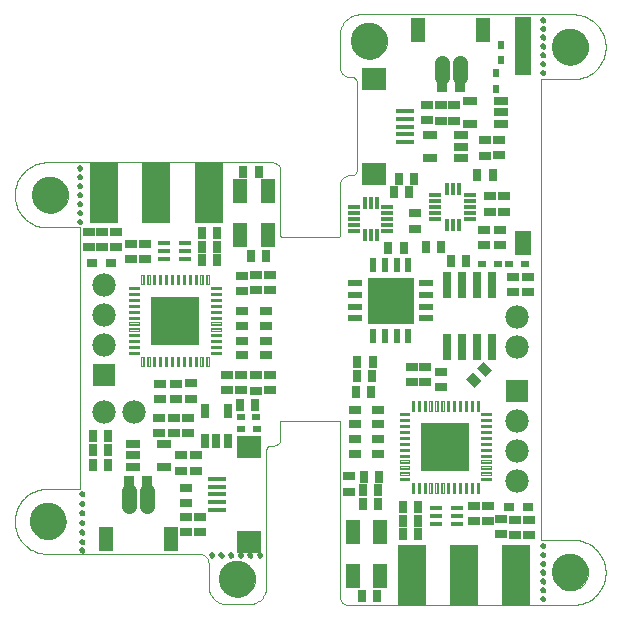
<source format=gts>
G75*
G70*
%OFA0B0*%
%FSLAX24Y24*%
%IPPOS*%
%LPD*%
%AMOC8*
5,1,8,0,0,1.08239X$1,22.5*
%
%ADD10C,0.0000*%
%ADD11C,0.1221*%
%ADD12C,0.0190*%
%ADD13R,0.0560X0.1200*%
%ADD14R,0.0434X0.0257*%
%ADD15C,0.0040*%
%ADD16R,0.1630X0.1630*%
%ADD17R,0.0434X0.0178*%
%ADD18R,0.0257X0.0512*%
%ADD19R,0.0394X0.0316*%
%ADD20R,0.0316X0.0394*%
%ADD21R,0.0591X0.0178*%
%ADD22R,0.0788X0.0749*%
%ADD23R,0.0473X0.0788*%
%ADD24R,0.0940X0.2040*%
%ADD25C,0.0780*%
%ADD26R,0.0316X0.0237*%
%ADD27R,0.0375X0.0316*%
%ADD28R,0.0780X0.0780*%
%ADD29C,0.0516*%
%ADD30R,0.0355X0.0906*%
%ADD31R,0.0512X0.0257*%
%ADD32R,0.0157X0.0394*%
%ADD33R,0.0394X0.0157*%
%ADD34R,0.1536X0.1536*%
%ADD35R,0.0197X0.0473*%
%ADD36R,0.0473X0.0197*%
%ADD37R,0.0433X0.0157*%
%ADD38R,0.0157X0.0433*%
%ADD39R,0.0552X0.0827*%
%ADD40R,0.0280X0.0910*%
%ADD41R,0.0237X0.0316*%
D10*
X001183Y005559D02*
X002265Y005559D01*
X002238Y005559D02*
X006238Y005559D01*
X006271Y005557D01*
X006305Y005552D01*
X006337Y005543D01*
X006368Y005531D01*
X006398Y005516D01*
X006426Y005498D01*
X006452Y005477D01*
X006476Y005453D01*
X006497Y005427D01*
X006515Y005399D01*
X006530Y005369D01*
X006542Y005338D01*
X006551Y005306D01*
X006556Y005272D01*
X006558Y005239D01*
X006558Y004439D01*
X006563Y004392D01*
X006572Y004346D01*
X006584Y004300D01*
X006600Y004256D01*
X006619Y004213D01*
X006642Y004171D01*
X006668Y004132D01*
X006696Y004094D01*
X006728Y004059D01*
X006762Y004027D01*
X006799Y003997D01*
X006838Y003970D01*
X006879Y003947D01*
X006921Y003927D01*
X006965Y003910D01*
X007011Y003896D01*
X007057Y003887D01*
X007104Y003880D01*
X007151Y003878D01*
X007198Y003879D01*
X007918Y003879D01*
X007964Y003881D01*
X008010Y003887D01*
X008055Y003896D01*
X008100Y003909D01*
X008143Y003926D01*
X008185Y003946D01*
X008224Y003970D01*
X008262Y003997D01*
X008297Y004027D01*
X008330Y004060D01*
X008360Y004095D01*
X008387Y004133D01*
X008411Y004172D01*
X008431Y004214D01*
X008448Y004257D01*
X008461Y004302D01*
X008470Y004347D01*
X008476Y004393D01*
X008478Y004439D01*
X008478Y008999D01*
X008480Y009022D01*
X008484Y009044D01*
X008492Y009065D01*
X008503Y009086D01*
X008517Y009104D01*
X008533Y009120D01*
X008551Y009134D01*
X008572Y009145D01*
X008593Y009153D01*
X008615Y009157D01*
X008638Y009159D01*
X008718Y009159D01*
X008747Y009161D01*
X008775Y009166D01*
X008802Y009174D01*
X008829Y009186D01*
X008853Y009201D01*
X008876Y009218D01*
X008896Y009238D01*
X008914Y009261D01*
X008929Y009285D01*
X008941Y009312D01*
X008950Y009339D01*
X008955Y009367D01*
X008957Y009396D01*
X008957Y009981D01*
X008958Y009987D01*
X008961Y009992D01*
X008966Y009995D01*
X008972Y009996D01*
X010935Y009996D01*
X010935Y004126D01*
X010937Y004095D01*
X010943Y004064D01*
X010952Y004034D01*
X010965Y004005D01*
X010981Y003978D01*
X010999Y003953D01*
X011021Y003930D01*
X011044Y003909D01*
X011070Y003891D01*
X011098Y003877D01*
X011127Y003865D01*
X011158Y003857D01*
X011189Y003852D01*
X011220Y003851D01*
X018712Y003851D01*
X019795Y004933D02*
X019793Y004996D01*
X019788Y005059D01*
X019779Y005121D01*
X019766Y005183D01*
X019750Y005244D01*
X019730Y005303D01*
X019706Y005362D01*
X019680Y005419D01*
X019650Y005474D01*
X019617Y005528D01*
X019581Y005580D01*
X019542Y005629D01*
X019500Y005676D01*
X019455Y005721D01*
X019408Y005763D01*
X019359Y005802D01*
X019307Y005838D01*
X019254Y005871D01*
X019198Y005901D01*
X019141Y005927D01*
X019082Y005951D01*
X019023Y005971D01*
X018962Y005987D01*
X018900Y006000D01*
X018838Y006009D01*
X018775Y006014D01*
X018712Y006016D01*
X017629Y006016D01*
X017629Y021370D01*
X018712Y021370D01*
X017634Y021586D02*
X017636Y021603D01*
X017641Y021619D01*
X017650Y021633D01*
X017662Y021645D01*
X017676Y021654D01*
X017692Y021659D01*
X017709Y021661D01*
X017726Y021659D01*
X017742Y021654D01*
X017756Y021645D01*
X017768Y021633D01*
X017777Y021619D01*
X017782Y021603D01*
X017784Y021586D01*
X017782Y021569D01*
X017777Y021553D01*
X017768Y021539D01*
X017756Y021527D01*
X017742Y021518D01*
X017726Y021513D01*
X017709Y021511D01*
X017692Y021513D01*
X017676Y021518D01*
X017662Y021527D01*
X017650Y021539D01*
X017641Y021553D01*
X017636Y021569D01*
X017634Y021586D01*
X017634Y021881D02*
X017636Y021898D01*
X017641Y021914D01*
X017650Y021928D01*
X017662Y021940D01*
X017676Y021949D01*
X017692Y021954D01*
X017709Y021956D01*
X017726Y021954D01*
X017742Y021949D01*
X017756Y021940D01*
X017768Y021928D01*
X017777Y021914D01*
X017782Y021898D01*
X017784Y021881D01*
X017782Y021864D01*
X017777Y021848D01*
X017768Y021834D01*
X017756Y021822D01*
X017742Y021813D01*
X017726Y021808D01*
X017709Y021806D01*
X017692Y021808D01*
X017676Y021813D01*
X017662Y021822D01*
X017650Y021834D01*
X017641Y021848D01*
X017636Y021864D01*
X017634Y021881D01*
X017634Y022176D02*
X017636Y022193D01*
X017641Y022209D01*
X017650Y022223D01*
X017662Y022235D01*
X017676Y022244D01*
X017692Y022249D01*
X017709Y022251D01*
X017726Y022249D01*
X017742Y022244D01*
X017756Y022235D01*
X017768Y022223D01*
X017777Y022209D01*
X017782Y022193D01*
X017784Y022176D01*
X017782Y022159D01*
X017777Y022143D01*
X017768Y022129D01*
X017756Y022117D01*
X017742Y022108D01*
X017726Y022103D01*
X017709Y022101D01*
X017692Y022103D01*
X017676Y022108D01*
X017662Y022117D01*
X017650Y022129D01*
X017641Y022143D01*
X017636Y022159D01*
X017634Y022176D01*
X017634Y022471D02*
X017636Y022488D01*
X017641Y022504D01*
X017650Y022518D01*
X017662Y022530D01*
X017676Y022539D01*
X017692Y022544D01*
X017709Y022546D01*
X017726Y022544D01*
X017742Y022539D01*
X017756Y022530D01*
X017768Y022518D01*
X017777Y022504D01*
X017782Y022488D01*
X017784Y022471D01*
X017782Y022454D01*
X017777Y022438D01*
X017768Y022424D01*
X017756Y022412D01*
X017742Y022403D01*
X017726Y022398D01*
X017709Y022396D01*
X017692Y022398D01*
X017676Y022403D01*
X017662Y022412D01*
X017650Y022424D01*
X017641Y022438D01*
X017636Y022454D01*
X017634Y022471D01*
X017634Y022767D02*
X017636Y022784D01*
X017641Y022800D01*
X017650Y022814D01*
X017662Y022826D01*
X017676Y022835D01*
X017692Y022840D01*
X017709Y022842D01*
X017726Y022840D01*
X017742Y022835D01*
X017756Y022826D01*
X017768Y022814D01*
X017777Y022800D01*
X017782Y022784D01*
X017784Y022767D01*
X017782Y022750D01*
X017777Y022734D01*
X017768Y022720D01*
X017756Y022708D01*
X017742Y022699D01*
X017726Y022694D01*
X017709Y022692D01*
X017692Y022694D01*
X017676Y022699D01*
X017662Y022708D01*
X017650Y022720D01*
X017641Y022734D01*
X017636Y022750D01*
X017634Y022767D01*
X017634Y023062D02*
X017636Y023079D01*
X017641Y023095D01*
X017650Y023109D01*
X017662Y023121D01*
X017676Y023130D01*
X017692Y023135D01*
X017709Y023137D01*
X017726Y023135D01*
X017742Y023130D01*
X017756Y023121D01*
X017768Y023109D01*
X017777Y023095D01*
X017782Y023079D01*
X017784Y023062D01*
X017782Y023045D01*
X017777Y023029D01*
X017768Y023015D01*
X017756Y023003D01*
X017742Y022994D01*
X017726Y022989D01*
X017709Y022987D01*
X017692Y022989D01*
X017676Y022994D01*
X017662Y023003D01*
X017650Y023015D01*
X017641Y023029D01*
X017636Y023045D01*
X017634Y023062D01*
X017634Y023339D02*
X017636Y023356D01*
X017641Y023372D01*
X017650Y023386D01*
X017662Y023398D01*
X017676Y023407D01*
X017692Y023412D01*
X017709Y023414D01*
X017726Y023412D01*
X017742Y023407D01*
X017756Y023398D01*
X017768Y023386D01*
X017777Y023372D01*
X017782Y023356D01*
X017784Y023339D01*
X017782Y023322D01*
X017777Y023306D01*
X017768Y023292D01*
X017756Y023280D01*
X017742Y023271D01*
X017726Y023266D01*
X017709Y023264D01*
X017692Y023266D01*
X017676Y023271D01*
X017662Y023280D01*
X017650Y023292D01*
X017641Y023306D01*
X017636Y023322D01*
X017634Y023339D01*
X018022Y022453D02*
X018024Y022501D01*
X018030Y022549D01*
X018040Y022596D01*
X018053Y022642D01*
X018071Y022687D01*
X018091Y022731D01*
X018116Y022773D01*
X018144Y022812D01*
X018174Y022849D01*
X018208Y022883D01*
X018245Y022915D01*
X018283Y022944D01*
X018324Y022969D01*
X018367Y022991D01*
X018412Y023009D01*
X018458Y023023D01*
X018505Y023034D01*
X018553Y023041D01*
X018601Y023044D01*
X018649Y023043D01*
X018697Y023038D01*
X018745Y023029D01*
X018791Y023017D01*
X018836Y023000D01*
X018880Y022980D01*
X018922Y022957D01*
X018962Y022930D01*
X019000Y022900D01*
X019035Y022867D01*
X019067Y022831D01*
X019097Y022793D01*
X019123Y022752D01*
X019145Y022709D01*
X019165Y022665D01*
X019180Y022620D01*
X019192Y022573D01*
X019200Y022525D01*
X019204Y022477D01*
X019204Y022429D01*
X019200Y022381D01*
X019192Y022333D01*
X019180Y022286D01*
X019165Y022241D01*
X019145Y022197D01*
X019123Y022154D01*
X019097Y022113D01*
X019067Y022075D01*
X019035Y022039D01*
X019000Y022006D01*
X018962Y021976D01*
X018922Y021949D01*
X018880Y021926D01*
X018836Y021906D01*
X018791Y021889D01*
X018745Y021877D01*
X018697Y021868D01*
X018649Y021863D01*
X018601Y021862D01*
X018553Y021865D01*
X018505Y021872D01*
X018458Y021883D01*
X018412Y021897D01*
X018367Y021915D01*
X018324Y021937D01*
X018283Y021962D01*
X018245Y021991D01*
X018208Y022023D01*
X018174Y022057D01*
X018144Y022094D01*
X018116Y022133D01*
X018091Y022175D01*
X018071Y022219D01*
X018053Y022264D01*
X018040Y022310D01*
X018030Y022357D01*
X018024Y022405D01*
X018022Y022453D01*
X018712Y023536D02*
X018775Y023534D01*
X018838Y023529D01*
X018900Y023520D01*
X018962Y023507D01*
X019023Y023491D01*
X019082Y023471D01*
X019141Y023447D01*
X019198Y023421D01*
X019254Y023391D01*
X019307Y023358D01*
X019359Y023322D01*
X019408Y023283D01*
X019455Y023241D01*
X019500Y023196D01*
X019542Y023149D01*
X019581Y023100D01*
X019617Y023048D01*
X019650Y022994D01*
X019680Y022939D01*
X019706Y022882D01*
X019730Y022823D01*
X019750Y022764D01*
X019766Y022703D01*
X019779Y022641D01*
X019788Y022579D01*
X019793Y022516D01*
X019795Y022453D01*
X019793Y022390D01*
X019788Y022327D01*
X019779Y022265D01*
X019766Y022203D01*
X019750Y022142D01*
X019730Y022083D01*
X019706Y022024D01*
X019680Y021967D01*
X019650Y021912D01*
X019617Y021858D01*
X019581Y021806D01*
X019542Y021757D01*
X019500Y021710D01*
X019455Y021665D01*
X019408Y021623D01*
X019359Y021584D01*
X019307Y021548D01*
X019254Y021515D01*
X019198Y021485D01*
X019141Y021459D01*
X019082Y021435D01*
X019023Y021415D01*
X018962Y021399D01*
X018900Y021386D01*
X018838Y021377D01*
X018775Y021372D01*
X018712Y021370D01*
X018712Y023536D02*
X011625Y023536D01*
X011574Y023534D01*
X011522Y023528D01*
X011472Y023519D01*
X011422Y023505D01*
X011373Y023488D01*
X011326Y023468D01*
X011280Y023444D01*
X011237Y023416D01*
X011195Y023386D01*
X011156Y023352D01*
X011120Y023316D01*
X011086Y023277D01*
X011056Y023235D01*
X011028Y023192D01*
X011004Y023146D01*
X010984Y023099D01*
X010967Y023050D01*
X010953Y023000D01*
X010944Y022950D01*
X010938Y022898D01*
X010936Y022847D01*
X010936Y021771D01*
X010938Y021738D01*
X010943Y021704D01*
X010952Y021672D01*
X010964Y021641D01*
X010979Y021611D01*
X010997Y021583D01*
X011018Y021557D01*
X011042Y021533D01*
X011068Y021512D01*
X011096Y021494D01*
X011126Y021479D01*
X011157Y021467D01*
X011189Y021458D01*
X011223Y021453D01*
X011256Y021451D01*
X011336Y021451D01*
X011359Y021449D01*
X011381Y021445D01*
X011402Y021437D01*
X011423Y021426D01*
X011441Y021412D01*
X011457Y021396D01*
X011471Y021378D01*
X011482Y021357D01*
X011490Y021336D01*
X011494Y021314D01*
X011496Y021291D01*
X011496Y018331D01*
X011494Y018308D01*
X011490Y018286D01*
X011482Y018265D01*
X011471Y018244D01*
X011457Y018226D01*
X011441Y018210D01*
X011423Y018196D01*
X011402Y018185D01*
X011381Y018177D01*
X011359Y018173D01*
X011336Y018171D01*
X011256Y018171D01*
X011257Y018171D02*
X011223Y018169D01*
X011190Y018164D01*
X011158Y018156D01*
X011126Y018144D01*
X011096Y018128D01*
X011068Y018110D01*
X011042Y018089D01*
X011018Y018065D01*
X010997Y018039D01*
X010978Y018011D01*
X010963Y017981D01*
X010951Y017950D01*
X010942Y017917D01*
X010937Y017884D01*
X010935Y017851D01*
X010935Y016161D01*
X010933Y016148D01*
X010928Y016136D01*
X010920Y016126D01*
X010910Y016118D01*
X010898Y016113D01*
X010885Y016111D01*
X009007Y016111D01*
X008994Y016113D01*
X008982Y016118D01*
X008972Y016126D01*
X008964Y016136D01*
X008959Y016148D01*
X008957Y016161D01*
X008957Y018326D01*
X008955Y018357D01*
X008949Y018388D01*
X008940Y018418D01*
X008927Y018447D01*
X008911Y018474D01*
X008893Y018499D01*
X008871Y018522D01*
X008848Y018543D01*
X008822Y018561D01*
X008794Y018575D01*
X008765Y018587D01*
X008734Y018595D01*
X008703Y018600D01*
X008672Y018601D01*
X001182Y018601D01*
X001183Y018601D02*
X001120Y018599D01*
X001057Y018594D01*
X000995Y018584D01*
X000933Y018572D01*
X000872Y018555D01*
X000812Y018535D01*
X000754Y018512D01*
X000697Y018485D01*
X000641Y018455D01*
X000587Y018422D01*
X000536Y018386D01*
X000486Y018347D01*
X000439Y018305D01*
X000395Y018260D01*
X000353Y018213D01*
X000314Y018163D01*
X000278Y018112D01*
X000245Y018058D01*
X000215Y018003D01*
X000188Y017945D01*
X000165Y017887D01*
X000145Y017827D01*
X000129Y017766D01*
X000116Y017704D01*
X000107Y017642D01*
X000102Y017579D01*
X000100Y017516D01*
X000102Y017453D01*
X000107Y017390D01*
X000116Y017328D01*
X000129Y017266D01*
X000145Y017205D01*
X000165Y017146D01*
X000189Y017087D01*
X000215Y017030D01*
X000245Y016975D01*
X000278Y016921D01*
X000314Y016869D01*
X000353Y016820D01*
X000395Y016773D01*
X000440Y016728D01*
X000487Y016686D01*
X000536Y016647D01*
X000588Y016611D01*
X000641Y016578D01*
X000697Y016548D01*
X000754Y016522D01*
X000813Y016498D01*
X000872Y016478D01*
X000933Y016462D01*
X000995Y016449D01*
X001057Y016440D01*
X001120Y016435D01*
X001183Y016433D01*
X002265Y016433D01*
X002265Y007719D01*
X001183Y007719D01*
X001120Y007717D01*
X001057Y007712D01*
X000995Y007703D01*
X000933Y007690D01*
X000872Y007674D01*
X000813Y007654D01*
X000754Y007630D01*
X000697Y007604D01*
X000642Y007574D01*
X000588Y007541D01*
X000536Y007505D01*
X000487Y007466D01*
X000440Y007424D01*
X000395Y007379D01*
X000353Y007332D01*
X000314Y007283D01*
X000278Y007231D01*
X000245Y007178D01*
X000215Y007122D01*
X000189Y007065D01*
X000165Y007006D01*
X000145Y006947D01*
X000129Y006886D01*
X000116Y006824D01*
X000107Y006762D01*
X000102Y006699D01*
X000100Y006636D01*
X000102Y006573D01*
X000107Y006510D01*
X000116Y006448D01*
X000129Y006386D01*
X000145Y006325D01*
X000165Y006266D01*
X000189Y006207D01*
X000215Y006150D01*
X000245Y006095D01*
X000278Y006041D01*
X000314Y005989D01*
X000353Y005940D01*
X000395Y005893D01*
X000440Y005848D01*
X000487Y005806D01*
X000536Y005767D01*
X000588Y005731D01*
X000641Y005698D01*
X000697Y005668D01*
X000754Y005642D01*
X000813Y005618D01*
X000872Y005598D01*
X000933Y005582D01*
X000995Y005569D01*
X001057Y005560D01*
X001120Y005555D01*
X001183Y005553D01*
X000610Y006636D02*
X000612Y006684D01*
X000618Y006732D01*
X000628Y006779D01*
X000641Y006825D01*
X000659Y006870D01*
X000679Y006914D01*
X000704Y006956D01*
X000732Y006995D01*
X000762Y007032D01*
X000796Y007066D01*
X000833Y007098D01*
X000871Y007127D01*
X000912Y007152D01*
X000955Y007174D01*
X001000Y007192D01*
X001046Y007206D01*
X001093Y007217D01*
X001141Y007224D01*
X001189Y007227D01*
X001237Y007226D01*
X001285Y007221D01*
X001333Y007212D01*
X001379Y007200D01*
X001424Y007183D01*
X001468Y007163D01*
X001510Y007140D01*
X001550Y007113D01*
X001588Y007083D01*
X001623Y007050D01*
X001655Y007014D01*
X001685Y006976D01*
X001711Y006935D01*
X001733Y006892D01*
X001753Y006848D01*
X001768Y006803D01*
X001780Y006756D01*
X001788Y006708D01*
X001792Y006660D01*
X001792Y006612D01*
X001788Y006564D01*
X001780Y006516D01*
X001768Y006469D01*
X001753Y006424D01*
X001733Y006380D01*
X001711Y006337D01*
X001685Y006296D01*
X001655Y006258D01*
X001623Y006222D01*
X001588Y006189D01*
X001550Y006159D01*
X001510Y006132D01*
X001468Y006109D01*
X001424Y006089D01*
X001379Y006072D01*
X001333Y006060D01*
X001285Y006051D01*
X001237Y006046D01*
X001189Y006045D01*
X001141Y006048D01*
X001093Y006055D01*
X001046Y006066D01*
X001000Y006080D01*
X000955Y006098D01*
X000912Y006120D01*
X000871Y006145D01*
X000833Y006174D01*
X000796Y006206D01*
X000762Y006240D01*
X000732Y006277D01*
X000704Y006316D01*
X000679Y006358D01*
X000659Y006402D01*
X000641Y006447D01*
X000628Y006493D01*
X000618Y006540D01*
X000612Y006588D01*
X000610Y006636D01*
X002270Y006591D02*
X002272Y006608D01*
X002277Y006624D01*
X002286Y006638D01*
X002298Y006650D01*
X002312Y006659D01*
X002328Y006664D01*
X002345Y006666D01*
X002362Y006664D01*
X002378Y006659D01*
X002392Y006650D01*
X002404Y006638D01*
X002413Y006624D01*
X002418Y006608D01*
X002420Y006591D01*
X002418Y006574D01*
X002413Y006558D01*
X002404Y006544D01*
X002392Y006532D01*
X002378Y006523D01*
X002362Y006518D01*
X002345Y006516D01*
X002328Y006518D01*
X002312Y006523D01*
X002298Y006532D01*
X002286Y006544D01*
X002277Y006558D01*
X002272Y006574D01*
X002270Y006591D01*
X002270Y006911D02*
X002272Y006928D01*
X002277Y006944D01*
X002286Y006958D01*
X002298Y006970D01*
X002312Y006979D01*
X002328Y006984D01*
X002345Y006986D01*
X002362Y006984D01*
X002378Y006979D01*
X002392Y006970D01*
X002404Y006958D01*
X002413Y006944D01*
X002418Y006928D01*
X002420Y006911D01*
X002418Y006894D01*
X002413Y006878D01*
X002404Y006864D01*
X002392Y006852D01*
X002378Y006843D01*
X002362Y006838D01*
X002345Y006836D01*
X002328Y006838D01*
X002312Y006843D01*
X002298Y006852D01*
X002286Y006864D01*
X002277Y006878D01*
X002272Y006894D01*
X002270Y006911D01*
X002270Y007231D02*
X002272Y007248D01*
X002277Y007264D01*
X002286Y007278D01*
X002298Y007290D01*
X002312Y007299D01*
X002328Y007304D01*
X002345Y007306D01*
X002362Y007304D01*
X002378Y007299D01*
X002392Y007290D01*
X002404Y007278D01*
X002413Y007264D01*
X002418Y007248D01*
X002420Y007231D01*
X002418Y007214D01*
X002413Y007198D01*
X002404Y007184D01*
X002392Y007172D01*
X002378Y007163D01*
X002362Y007158D01*
X002345Y007156D01*
X002328Y007158D01*
X002312Y007163D01*
X002298Y007172D01*
X002286Y007184D01*
X002277Y007198D01*
X002272Y007214D01*
X002270Y007231D01*
X002270Y007551D02*
X002272Y007568D01*
X002277Y007584D01*
X002286Y007598D01*
X002298Y007610D01*
X002312Y007619D01*
X002328Y007624D01*
X002345Y007626D01*
X002362Y007624D01*
X002378Y007619D01*
X002392Y007610D01*
X002404Y007598D01*
X002413Y007584D01*
X002418Y007568D01*
X002420Y007551D01*
X002418Y007534D01*
X002413Y007518D01*
X002404Y007504D01*
X002392Y007492D01*
X002378Y007483D01*
X002362Y007478D01*
X002345Y007476D01*
X002328Y007478D01*
X002312Y007483D01*
X002298Y007492D01*
X002286Y007504D01*
X002277Y007518D01*
X002272Y007534D01*
X002270Y007551D01*
X002270Y006271D02*
X002272Y006288D01*
X002277Y006304D01*
X002286Y006318D01*
X002298Y006330D01*
X002312Y006339D01*
X002328Y006344D01*
X002345Y006346D01*
X002362Y006344D01*
X002378Y006339D01*
X002392Y006330D01*
X002404Y006318D01*
X002413Y006304D01*
X002418Y006288D01*
X002420Y006271D01*
X002418Y006254D01*
X002413Y006238D01*
X002404Y006224D01*
X002392Y006212D01*
X002378Y006203D01*
X002362Y006198D01*
X002345Y006196D01*
X002328Y006198D01*
X002312Y006203D01*
X002298Y006212D01*
X002286Y006224D01*
X002277Y006238D01*
X002272Y006254D01*
X002270Y006271D01*
X002270Y005951D02*
X002272Y005968D01*
X002277Y005984D01*
X002286Y005998D01*
X002298Y006010D01*
X002312Y006019D01*
X002328Y006024D01*
X002345Y006026D01*
X002362Y006024D01*
X002378Y006019D01*
X002392Y006010D01*
X002404Y005998D01*
X002413Y005984D01*
X002418Y005968D01*
X002420Y005951D01*
X002418Y005934D01*
X002413Y005918D01*
X002404Y005904D01*
X002392Y005892D01*
X002378Y005883D01*
X002362Y005878D01*
X002345Y005876D01*
X002328Y005878D01*
X002312Y005883D01*
X002298Y005892D01*
X002286Y005904D01*
X002277Y005918D01*
X002272Y005934D01*
X002270Y005951D01*
X002270Y005671D02*
X002272Y005688D01*
X002277Y005704D01*
X002286Y005718D01*
X002298Y005730D01*
X002312Y005739D01*
X002328Y005744D01*
X002345Y005746D01*
X002362Y005744D01*
X002378Y005739D01*
X002392Y005730D01*
X002404Y005718D01*
X002413Y005704D01*
X002418Y005688D01*
X002420Y005671D01*
X002418Y005654D01*
X002413Y005638D01*
X002404Y005624D01*
X002392Y005612D01*
X002378Y005603D01*
X002362Y005598D01*
X002345Y005596D01*
X002328Y005598D01*
X002312Y005603D01*
X002298Y005612D01*
X002286Y005624D01*
X002277Y005638D01*
X002272Y005654D01*
X002270Y005671D01*
X006590Y005504D02*
X006592Y005521D01*
X006597Y005537D01*
X006606Y005551D01*
X006618Y005563D01*
X006632Y005572D01*
X006648Y005577D01*
X006665Y005579D01*
X006682Y005577D01*
X006698Y005572D01*
X006712Y005563D01*
X006724Y005551D01*
X006733Y005537D01*
X006738Y005521D01*
X006740Y005504D01*
X006738Y005487D01*
X006733Y005471D01*
X006724Y005457D01*
X006712Y005445D01*
X006698Y005436D01*
X006682Y005431D01*
X006665Y005429D01*
X006648Y005431D01*
X006632Y005436D01*
X006618Y005445D01*
X006606Y005457D01*
X006597Y005471D01*
X006592Y005487D01*
X006590Y005504D01*
X006910Y005504D02*
X006912Y005521D01*
X006917Y005537D01*
X006926Y005551D01*
X006938Y005563D01*
X006952Y005572D01*
X006968Y005577D01*
X006985Y005579D01*
X007002Y005577D01*
X007018Y005572D01*
X007032Y005563D01*
X007044Y005551D01*
X007053Y005537D01*
X007058Y005521D01*
X007060Y005504D01*
X007058Y005487D01*
X007053Y005471D01*
X007044Y005457D01*
X007032Y005445D01*
X007018Y005436D01*
X007002Y005431D01*
X006985Y005429D01*
X006968Y005431D01*
X006952Y005436D01*
X006938Y005445D01*
X006926Y005457D01*
X006917Y005471D01*
X006912Y005487D01*
X006910Y005504D01*
X007230Y005504D02*
X007232Y005521D01*
X007237Y005537D01*
X007246Y005551D01*
X007258Y005563D01*
X007272Y005572D01*
X007288Y005577D01*
X007305Y005579D01*
X007322Y005577D01*
X007338Y005572D01*
X007352Y005563D01*
X007364Y005551D01*
X007373Y005537D01*
X007378Y005521D01*
X007380Y005504D01*
X007378Y005487D01*
X007373Y005471D01*
X007364Y005457D01*
X007352Y005445D01*
X007338Y005436D01*
X007322Y005431D01*
X007305Y005429D01*
X007288Y005431D01*
X007272Y005436D01*
X007258Y005445D01*
X007246Y005457D01*
X007237Y005471D01*
X007232Y005487D01*
X007230Y005504D01*
X007550Y005504D02*
X007552Y005521D01*
X007557Y005537D01*
X007566Y005551D01*
X007578Y005563D01*
X007592Y005572D01*
X007608Y005577D01*
X007625Y005579D01*
X007642Y005577D01*
X007658Y005572D01*
X007672Y005563D01*
X007684Y005551D01*
X007693Y005537D01*
X007698Y005521D01*
X007700Y005504D01*
X007698Y005487D01*
X007693Y005471D01*
X007684Y005457D01*
X007672Y005445D01*
X007658Y005436D01*
X007642Y005431D01*
X007625Y005429D01*
X007608Y005431D01*
X007592Y005436D01*
X007578Y005445D01*
X007566Y005457D01*
X007557Y005471D01*
X007552Y005487D01*
X007550Y005504D01*
X007870Y005504D02*
X007872Y005521D01*
X007877Y005537D01*
X007886Y005551D01*
X007898Y005563D01*
X007912Y005572D01*
X007928Y005577D01*
X007945Y005579D01*
X007962Y005577D01*
X007978Y005572D01*
X007992Y005563D01*
X008004Y005551D01*
X008013Y005537D01*
X008018Y005521D01*
X008020Y005504D01*
X008018Y005487D01*
X008013Y005471D01*
X008004Y005457D01*
X007992Y005445D01*
X007978Y005436D01*
X007962Y005431D01*
X007945Y005429D01*
X007928Y005431D01*
X007912Y005436D01*
X007898Y005445D01*
X007886Y005457D01*
X007877Y005471D01*
X007872Y005487D01*
X007870Y005504D01*
X008190Y005504D02*
X008192Y005521D01*
X008197Y005537D01*
X008206Y005551D01*
X008218Y005563D01*
X008232Y005572D01*
X008248Y005577D01*
X008265Y005579D01*
X008282Y005577D01*
X008298Y005572D01*
X008312Y005563D01*
X008324Y005551D01*
X008333Y005537D01*
X008338Y005521D01*
X008340Y005504D01*
X008338Y005487D01*
X008333Y005471D01*
X008324Y005457D01*
X008312Y005445D01*
X008298Y005436D01*
X008282Y005431D01*
X008265Y005429D01*
X008248Y005431D01*
X008232Y005436D01*
X008218Y005445D01*
X008206Y005457D01*
X008197Y005471D01*
X008192Y005487D01*
X008190Y005504D01*
X006930Y004716D02*
X006932Y004764D01*
X006938Y004812D01*
X006948Y004859D01*
X006961Y004905D01*
X006979Y004950D01*
X006999Y004994D01*
X007024Y005036D01*
X007052Y005075D01*
X007082Y005112D01*
X007116Y005146D01*
X007153Y005178D01*
X007191Y005207D01*
X007232Y005232D01*
X007275Y005254D01*
X007320Y005272D01*
X007366Y005286D01*
X007413Y005297D01*
X007461Y005304D01*
X007509Y005307D01*
X007557Y005306D01*
X007605Y005301D01*
X007653Y005292D01*
X007699Y005280D01*
X007744Y005263D01*
X007788Y005243D01*
X007830Y005220D01*
X007870Y005193D01*
X007908Y005163D01*
X007943Y005130D01*
X007975Y005094D01*
X008005Y005056D01*
X008031Y005015D01*
X008053Y004972D01*
X008073Y004928D01*
X008088Y004883D01*
X008100Y004836D01*
X008108Y004788D01*
X008112Y004740D01*
X008112Y004692D01*
X008108Y004644D01*
X008100Y004596D01*
X008088Y004549D01*
X008073Y004504D01*
X008053Y004460D01*
X008031Y004417D01*
X008005Y004376D01*
X007975Y004338D01*
X007943Y004302D01*
X007908Y004269D01*
X007870Y004239D01*
X007830Y004212D01*
X007788Y004189D01*
X007744Y004169D01*
X007699Y004152D01*
X007653Y004140D01*
X007605Y004131D01*
X007557Y004126D01*
X007509Y004125D01*
X007461Y004128D01*
X007413Y004135D01*
X007366Y004146D01*
X007320Y004160D01*
X007275Y004178D01*
X007232Y004200D01*
X007191Y004225D01*
X007153Y004254D01*
X007116Y004286D01*
X007082Y004320D01*
X007052Y004357D01*
X007024Y004396D01*
X006999Y004438D01*
X006979Y004482D01*
X006961Y004527D01*
X006948Y004573D01*
X006938Y004620D01*
X006932Y004668D01*
X006930Y004716D01*
X012870Y003851D02*
X017270Y003851D01*
X017634Y004047D02*
X017636Y004064D01*
X017641Y004080D01*
X017650Y004094D01*
X017662Y004106D01*
X017676Y004115D01*
X017692Y004120D01*
X017709Y004122D01*
X017726Y004120D01*
X017742Y004115D01*
X017756Y004106D01*
X017768Y004094D01*
X017777Y004080D01*
X017782Y004064D01*
X017784Y004047D01*
X017782Y004030D01*
X017777Y004014D01*
X017768Y004000D01*
X017756Y003988D01*
X017742Y003979D01*
X017726Y003974D01*
X017709Y003972D01*
X017692Y003974D01*
X017676Y003979D01*
X017662Y003988D01*
X017650Y004000D01*
X017641Y004014D01*
X017636Y004030D01*
X017634Y004047D01*
X017634Y004343D02*
X017636Y004360D01*
X017641Y004376D01*
X017650Y004390D01*
X017662Y004402D01*
X017676Y004411D01*
X017692Y004416D01*
X017709Y004418D01*
X017726Y004416D01*
X017742Y004411D01*
X017756Y004402D01*
X017768Y004390D01*
X017777Y004376D01*
X017782Y004360D01*
X017784Y004343D01*
X017782Y004326D01*
X017777Y004310D01*
X017768Y004296D01*
X017756Y004284D01*
X017742Y004275D01*
X017726Y004270D01*
X017709Y004268D01*
X017692Y004270D01*
X017676Y004275D01*
X017662Y004284D01*
X017650Y004296D01*
X017641Y004310D01*
X017636Y004326D01*
X017634Y004343D01*
X017634Y004638D02*
X017636Y004655D01*
X017641Y004671D01*
X017650Y004685D01*
X017662Y004697D01*
X017676Y004706D01*
X017692Y004711D01*
X017709Y004713D01*
X017726Y004711D01*
X017742Y004706D01*
X017756Y004697D01*
X017768Y004685D01*
X017777Y004671D01*
X017782Y004655D01*
X017784Y004638D01*
X017782Y004621D01*
X017777Y004605D01*
X017768Y004591D01*
X017756Y004579D01*
X017742Y004570D01*
X017726Y004565D01*
X017709Y004563D01*
X017692Y004565D01*
X017676Y004570D01*
X017662Y004579D01*
X017650Y004591D01*
X017641Y004605D01*
X017636Y004621D01*
X017634Y004638D01*
X017634Y004933D02*
X017636Y004950D01*
X017641Y004966D01*
X017650Y004980D01*
X017662Y004992D01*
X017676Y005001D01*
X017692Y005006D01*
X017709Y005008D01*
X017726Y005006D01*
X017742Y005001D01*
X017756Y004992D01*
X017768Y004980D01*
X017777Y004966D01*
X017782Y004950D01*
X017784Y004933D01*
X017782Y004916D01*
X017777Y004900D01*
X017768Y004886D01*
X017756Y004874D01*
X017742Y004865D01*
X017726Y004860D01*
X017709Y004858D01*
X017692Y004860D01*
X017676Y004865D01*
X017662Y004874D01*
X017650Y004886D01*
X017641Y004900D01*
X017636Y004916D01*
X017634Y004933D01*
X017634Y005229D02*
X017636Y005246D01*
X017641Y005262D01*
X017650Y005276D01*
X017662Y005288D01*
X017676Y005297D01*
X017692Y005302D01*
X017709Y005304D01*
X017726Y005302D01*
X017742Y005297D01*
X017756Y005288D01*
X017768Y005276D01*
X017777Y005262D01*
X017782Y005246D01*
X017784Y005229D01*
X017782Y005212D01*
X017777Y005196D01*
X017768Y005182D01*
X017756Y005170D01*
X017742Y005161D01*
X017726Y005156D01*
X017709Y005154D01*
X017692Y005156D01*
X017676Y005161D01*
X017662Y005170D01*
X017650Y005182D01*
X017641Y005196D01*
X017636Y005212D01*
X017634Y005229D01*
X017634Y005524D02*
X017636Y005541D01*
X017641Y005557D01*
X017650Y005571D01*
X017662Y005583D01*
X017676Y005592D01*
X017692Y005597D01*
X017709Y005599D01*
X017726Y005597D01*
X017742Y005592D01*
X017756Y005583D01*
X017768Y005571D01*
X017777Y005557D01*
X017782Y005541D01*
X017784Y005524D01*
X017782Y005507D01*
X017777Y005491D01*
X017768Y005477D01*
X017756Y005465D01*
X017742Y005456D01*
X017726Y005451D01*
X017709Y005449D01*
X017692Y005451D01*
X017676Y005456D01*
X017662Y005465D01*
X017650Y005477D01*
X017641Y005491D01*
X017636Y005507D01*
X017634Y005524D01*
X017634Y005819D02*
X017636Y005836D01*
X017641Y005852D01*
X017650Y005866D01*
X017662Y005878D01*
X017676Y005887D01*
X017692Y005892D01*
X017709Y005894D01*
X017726Y005892D01*
X017742Y005887D01*
X017756Y005878D01*
X017768Y005866D01*
X017777Y005852D01*
X017782Y005836D01*
X017784Y005819D01*
X017782Y005802D01*
X017777Y005786D01*
X017768Y005772D01*
X017756Y005760D01*
X017742Y005751D01*
X017726Y005746D01*
X017709Y005744D01*
X017692Y005746D01*
X017676Y005751D01*
X017662Y005760D01*
X017650Y005772D01*
X017641Y005786D01*
X017636Y005802D01*
X017634Y005819D01*
X018022Y004933D02*
X018024Y004981D01*
X018030Y005029D01*
X018040Y005076D01*
X018053Y005122D01*
X018071Y005167D01*
X018091Y005211D01*
X018116Y005253D01*
X018144Y005292D01*
X018174Y005329D01*
X018208Y005363D01*
X018245Y005395D01*
X018283Y005424D01*
X018324Y005449D01*
X018367Y005471D01*
X018412Y005489D01*
X018458Y005503D01*
X018505Y005514D01*
X018553Y005521D01*
X018601Y005524D01*
X018649Y005523D01*
X018697Y005518D01*
X018745Y005509D01*
X018791Y005497D01*
X018836Y005480D01*
X018880Y005460D01*
X018922Y005437D01*
X018962Y005410D01*
X019000Y005380D01*
X019035Y005347D01*
X019067Y005311D01*
X019097Y005273D01*
X019123Y005232D01*
X019145Y005189D01*
X019165Y005145D01*
X019180Y005100D01*
X019192Y005053D01*
X019200Y005005D01*
X019204Y004957D01*
X019204Y004909D01*
X019200Y004861D01*
X019192Y004813D01*
X019180Y004766D01*
X019165Y004721D01*
X019145Y004677D01*
X019123Y004634D01*
X019097Y004593D01*
X019067Y004555D01*
X019035Y004519D01*
X019000Y004486D01*
X018962Y004456D01*
X018922Y004429D01*
X018880Y004406D01*
X018836Y004386D01*
X018791Y004369D01*
X018745Y004357D01*
X018697Y004348D01*
X018649Y004343D01*
X018601Y004342D01*
X018553Y004345D01*
X018505Y004352D01*
X018458Y004363D01*
X018412Y004377D01*
X018367Y004395D01*
X018324Y004417D01*
X018283Y004442D01*
X018245Y004471D01*
X018208Y004503D01*
X018174Y004537D01*
X018144Y004574D01*
X018116Y004613D01*
X018091Y004655D01*
X018071Y004699D01*
X018053Y004744D01*
X018040Y004790D01*
X018030Y004837D01*
X018024Y004885D01*
X018022Y004933D01*
X018712Y003850D02*
X018775Y003852D01*
X018838Y003857D01*
X018900Y003866D01*
X018962Y003879D01*
X019023Y003895D01*
X019082Y003915D01*
X019141Y003939D01*
X019198Y003965D01*
X019254Y003995D01*
X019307Y004028D01*
X019359Y004064D01*
X019408Y004103D01*
X019455Y004145D01*
X019500Y004190D01*
X019542Y004237D01*
X019581Y004286D01*
X019617Y004338D01*
X019650Y004392D01*
X019680Y004447D01*
X019706Y004504D01*
X019730Y004563D01*
X019750Y004622D01*
X019766Y004683D01*
X019779Y004745D01*
X019788Y004807D01*
X019793Y004870D01*
X019795Y004933D01*
X007024Y018599D02*
X002624Y018599D01*
X002190Y018402D02*
X002192Y018419D01*
X002197Y018435D01*
X002206Y018449D01*
X002218Y018461D01*
X002232Y018470D01*
X002248Y018475D01*
X002265Y018477D01*
X002282Y018475D01*
X002298Y018470D01*
X002312Y018461D01*
X002324Y018449D01*
X002333Y018435D01*
X002338Y018419D01*
X002340Y018402D01*
X002338Y018385D01*
X002333Y018369D01*
X002324Y018355D01*
X002312Y018343D01*
X002298Y018334D01*
X002282Y018329D01*
X002265Y018327D01*
X002248Y018329D01*
X002232Y018334D01*
X002218Y018343D01*
X002206Y018355D01*
X002197Y018369D01*
X002192Y018385D01*
X002190Y018402D01*
X002190Y018107D02*
X002192Y018124D01*
X002197Y018140D01*
X002206Y018154D01*
X002218Y018166D01*
X002232Y018175D01*
X002248Y018180D01*
X002265Y018182D01*
X002282Y018180D01*
X002298Y018175D01*
X002312Y018166D01*
X002324Y018154D01*
X002333Y018140D01*
X002338Y018124D01*
X002340Y018107D01*
X002338Y018090D01*
X002333Y018074D01*
X002324Y018060D01*
X002312Y018048D01*
X002298Y018039D01*
X002282Y018034D01*
X002265Y018032D01*
X002248Y018034D01*
X002232Y018039D01*
X002218Y018048D01*
X002206Y018060D01*
X002197Y018074D01*
X002192Y018090D01*
X002190Y018107D01*
X002190Y017811D02*
X002192Y017828D01*
X002197Y017844D01*
X002206Y017858D01*
X002218Y017870D01*
X002232Y017879D01*
X002248Y017884D01*
X002265Y017886D01*
X002282Y017884D01*
X002298Y017879D01*
X002312Y017870D01*
X002324Y017858D01*
X002333Y017844D01*
X002338Y017828D01*
X002340Y017811D01*
X002338Y017794D01*
X002333Y017778D01*
X002324Y017764D01*
X002312Y017752D01*
X002298Y017743D01*
X002282Y017738D01*
X002265Y017736D01*
X002248Y017738D01*
X002232Y017743D01*
X002218Y017752D01*
X002206Y017764D01*
X002197Y017778D01*
X002192Y017794D01*
X002190Y017811D01*
X002190Y017516D02*
X002192Y017533D01*
X002197Y017549D01*
X002206Y017563D01*
X002218Y017575D01*
X002232Y017584D01*
X002248Y017589D01*
X002265Y017591D01*
X002282Y017589D01*
X002298Y017584D01*
X002312Y017575D01*
X002324Y017563D01*
X002333Y017549D01*
X002338Y017533D01*
X002340Y017516D01*
X002338Y017499D01*
X002333Y017483D01*
X002324Y017469D01*
X002312Y017457D01*
X002298Y017448D01*
X002282Y017443D01*
X002265Y017441D01*
X002248Y017443D01*
X002232Y017448D01*
X002218Y017457D01*
X002206Y017469D01*
X002197Y017483D01*
X002192Y017499D01*
X002190Y017516D01*
X002190Y017221D02*
X002192Y017238D01*
X002197Y017254D01*
X002206Y017268D01*
X002218Y017280D01*
X002232Y017289D01*
X002248Y017294D01*
X002265Y017296D01*
X002282Y017294D01*
X002298Y017289D01*
X002312Y017280D01*
X002324Y017268D01*
X002333Y017254D01*
X002338Y017238D01*
X002340Y017221D01*
X002338Y017204D01*
X002333Y017188D01*
X002324Y017174D01*
X002312Y017162D01*
X002298Y017153D01*
X002282Y017148D01*
X002265Y017146D01*
X002248Y017148D01*
X002232Y017153D01*
X002218Y017162D01*
X002206Y017174D01*
X002197Y017188D01*
X002192Y017204D01*
X002190Y017221D01*
X002190Y016926D02*
X002192Y016943D01*
X002197Y016959D01*
X002206Y016973D01*
X002218Y016985D01*
X002232Y016994D01*
X002248Y016999D01*
X002265Y017001D01*
X002282Y016999D01*
X002298Y016994D01*
X002312Y016985D01*
X002324Y016973D01*
X002333Y016959D01*
X002338Y016943D01*
X002340Y016926D01*
X002338Y016909D01*
X002333Y016893D01*
X002324Y016879D01*
X002312Y016867D01*
X002298Y016858D01*
X002282Y016853D01*
X002265Y016851D01*
X002248Y016853D01*
X002232Y016858D01*
X002218Y016867D01*
X002206Y016879D01*
X002197Y016893D01*
X002192Y016909D01*
X002190Y016926D01*
X002190Y016630D02*
X002192Y016647D01*
X002197Y016663D01*
X002206Y016677D01*
X002218Y016689D01*
X002232Y016698D01*
X002248Y016703D01*
X002265Y016705D01*
X002282Y016703D01*
X002298Y016698D01*
X002312Y016689D01*
X002324Y016677D01*
X002333Y016663D01*
X002338Y016647D01*
X002340Y016630D01*
X002338Y016613D01*
X002333Y016597D01*
X002324Y016583D01*
X002312Y016571D01*
X002298Y016562D01*
X002282Y016557D01*
X002265Y016555D01*
X002248Y016557D01*
X002232Y016562D01*
X002218Y016571D01*
X002206Y016583D01*
X002197Y016597D01*
X002192Y016613D01*
X002190Y016630D01*
X000690Y017516D02*
X000692Y017564D01*
X000698Y017612D01*
X000708Y017659D01*
X000721Y017705D01*
X000739Y017750D01*
X000759Y017794D01*
X000784Y017836D01*
X000812Y017875D01*
X000842Y017912D01*
X000876Y017946D01*
X000913Y017978D01*
X000951Y018007D01*
X000992Y018032D01*
X001035Y018054D01*
X001080Y018072D01*
X001126Y018086D01*
X001173Y018097D01*
X001221Y018104D01*
X001269Y018107D01*
X001317Y018106D01*
X001365Y018101D01*
X001413Y018092D01*
X001459Y018080D01*
X001504Y018063D01*
X001548Y018043D01*
X001590Y018020D01*
X001630Y017993D01*
X001668Y017963D01*
X001703Y017930D01*
X001735Y017894D01*
X001765Y017856D01*
X001791Y017815D01*
X001813Y017772D01*
X001833Y017728D01*
X001848Y017683D01*
X001860Y017636D01*
X001868Y017588D01*
X001872Y017540D01*
X001872Y017492D01*
X001868Y017444D01*
X001860Y017396D01*
X001848Y017349D01*
X001833Y017304D01*
X001813Y017260D01*
X001791Y017217D01*
X001765Y017176D01*
X001735Y017138D01*
X001703Y017102D01*
X001668Y017069D01*
X001630Y017039D01*
X001590Y017012D01*
X001548Y016989D01*
X001504Y016969D01*
X001459Y016952D01*
X001413Y016940D01*
X001365Y016931D01*
X001317Y016926D01*
X001269Y016925D01*
X001221Y016928D01*
X001173Y016935D01*
X001126Y016946D01*
X001080Y016960D01*
X001035Y016978D01*
X000992Y017000D01*
X000951Y017025D01*
X000913Y017054D01*
X000876Y017086D01*
X000842Y017120D01*
X000812Y017157D01*
X000784Y017196D01*
X000759Y017238D01*
X000739Y017282D01*
X000721Y017327D01*
X000708Y017373D01*
X000698Y017420D01*
X000692Y017468D01*
X000690Y017516D01*
X011330Y022650D02*
X011332Y022698D01*
X011338Y022746D01*
X011348Y022793D01*
X011361Y022839D01*
X011379Y022884D01*
X011399Y022928D01*
X011424Y022970D01*
X011452Y023009D01*
X011482Y023046D01*
X011516Y023080D01*
X011553Y023112D01*
X011591Y023141D01*
X011632Y023166D01*
X011675Y023188D01*
X011720Y023206D01*
X011766Y023220D01*
X011813Y023231D01*
X011861Y023238D01*
X011909Y023241D01*
X011957Y023240D01*
X012005Y023235D01*
X012053Y023226D01*
X012099Y023214D01*
X012144Y023197D01*
X012188Y023177D01*
X012230Y023154D01*
X012270Y023127D01*
X012308Y023097D01*
X012343Y023064D01*
X012375Y023028D01*
X012405Y022990D01*
X012431Y022949D01*
X012453Y022906D01*
X012473Y022862D01*
X012488Y022817D01*
X012500Y022770D01*
X012508Y022722D01*
X012512Y022674D01*
X012512Y022626D01*
X012508Y022578D01*
X012500Y022530D01*
X012488Y022483D01*
X012473Y022438D01*
X012453Y022394D01*
X012431Y022351D01*
X012405Y022310D01*
X012375Y022272D01*
X012343Y022236D01*
X012308Y022203D01*
X012270Y022173D01*
X012230Y022146D01*
X012188Y022123D01*
X012144Y022103D01*
X012099Y022086D01*
X012053Y022074D01*
X012005Y022065D01*
X011957Y022060D01*
X011909Y022059D01*
X011861Y022062D01*
X011813Y022069D01*
X011766Y022080D01*
X011720Y022094D01*
X011675Y022112D01*
X011632Y022134D01*
X011591Y022159D01*
X011553Y022188D01*
X011516Y022220D01*
X011482Y022254D01*
X011452Y022291D01*
X011424Y022330D01*
X011399Y022372D01*
X011379Y022416D01*
X011361Y022461D01*
X011348Y022507D01*
X011338Y022554D01*
X011332Y022602D01*
X011330Y022650D01*
D11*
X011921Y022650D03*
X018613Y022453D03*
X018613Y004933D03*
X007521Y004716D03*
X001201Y006636D03*
X001281Y017516D03*
D12*
X002265Y017516D03*
X002265Y017221D03*
X002265Y016926D03*
X002265Y016630D03*
X002265Y017811D03*
X002265Y018107D03*
X002265Y018402D03*
X002345Y007551D03*
X002345Y007231D03*
X002345Y006911D03*
X002345Y006591D03*
X002345Y006271D03*
X002345Y005951D03*
X002345Y005671D03*
X006665Y005504D03*
X006985Y005504D03*
X007305Y005504D03*
X007625Y005504D03*
X007945Y005504D03*
X008265Y005504D03*
X017709Y005524D03*
X017709Y005819D03*
X017709Y005229D03*
X017709Y004933D03*
X017709Y004638D03*
X017709Y004343D03*
X017709Y004047D03*
X017709Y021586D03*
X017709Y021881D03*
X017709Y022176D03*
X017709Y022471D03*
X017709Y022767D03*
X017709Y023062D03*
X017709Y023339D03*
D13*
X017056Y022851D03*
D14*
X008462Y013645D03*
X008462Y013153D03*
X008462Y012661D03*
X008462Y012169D03*
X007675Y012169D03*
X007675Y012661D03*
X007675Y013153D03*
X007675Y013645D03*
X011432Y010360D03*
X011432Y009868D03*
X011432Y009376D03*
X011432Y008884D03*
X012220Y008884D03*
X012220Y009376D03*
X012220Y009868D03*
X012220Y010360D03*
D15*
X012930Y010240D02*
X012930Y010166D01*
X013251Y010166D01*
X013251Y010240D01*
X012930Y010240D01*
X012949Y010203D02*
X013231Y010203D01*
X013333Y010323D02*
X013333Y010644D01*
X013408Y010644D01*
X013408Y010323D01*
X013333Y010323D01*
X013371Y010343D02*
X013371Y010624D01*
X013530Y010644D02*
X013605Y010644D01*
X013605Y010323D01*
X013530Y010323D01*
X013530Y010644D01*
X013567Y010624D02*
X013567Y010343D01*
X013727Y010323D02*
X013727Y010644D01*
X013802Y010644D01*
X013802Y010323D01*
X013727Y010323D01*
X013764Y010343D02*
X013764Y010624D01*
X013924Y010644D02*
X013999Y010644D01*
X013999Y010323D01*
X013924Y010323D01*
X013924Y010644D01*
X013961Y010624D02*
X013961Y010343D01*
X014121Y010323D02*
X014121Y010644D01*
X014195Y010644D01*
X014195Y010323D01*
X014121Y010323D01*
X014158Y010343D02*
X014158Y010624D01*
X014317Y010644D02*
X014392Y010644D01*
X014392Y010323D01*
X014317Y010323D01*
X014317Y010644D01*
X014355Y010624D02*
X014355Y010343D01*
X014514Y010323D02*
X014514Y010644D01*
X014589Y010644D01*
X014589Y010323D01*
X014514Y010323D01*
X014552Y010343D02*
X014552Y010624D01*
X014711Y010644D02*
X014786Y010644D01*
X014786Y010323D01*
X014711Y010323D01*
X014711Y010644D01*
X014749Y010624D02*
X014749Y010343D01*
X014908Y010323D02*
X014908Y010644D01*
X014983Y010644D01*
X014983Y010323D01*
X014908Y010323D01*
X014945Y010343D02*
X014945Y010624D01*
X015105Y010644D02*
X015180Y010644D01*
X015180Y010323D01*
X015142Y010323D01*
X015142Y010605D01*
X015105Y010644D02*
X015105Y010323D01*
X015142Y010323D01*
X015302Y010323D02*
X015302Y010644D01*
X015377Y010644D01*
X015377Y010323D01*
X015302Y010323D01*
X015339Y010343D02*
X015339Y010624D01*
X015499Y010644D02*
X015573Y010644D01*
X015573Y010323D01*
X015499Y010323D01*
X015499Y010644D01*
X015536Y010624D02*
X015536Y010343D01*
X015656Y010240D02*
X015977Y010240D01*
X015977Y010166D01*
X015656Y010166D01*
X015656Y010240D01*
X015676Y010203D02*
X015957Y010203D01*
X015977Y010044D02*
X015977Y009969D01*
X015656Y009969D01*
X015656Y010044D01*
X015977Y010044D01*
X015957Y010006D02*
X015676Y010006D01*
X015656Y009847D02*
X015977Y009847D01*
X015977Y009772D01*
X015656Y009772D01*
X015656Y009847D01*
X015676Y009809D02*
X015957Y009809D01*
X015977Y009650D02*
X015977Y009575D01*
X015656Y009575D01*
X015656Y009650D01*
X015977Y009650D01*
X015957Y009612D02*
X015676Y009612D01*
X015656Y009453D02*
X015977Y009453D01*
X015977Y009378D01*
X015656Y009378D01*
X015656Y009453D01*
X015676Y009416D02*
X015957Y009416D01*
X015977Y009256D02*
X015977Y009181D01*
X015656Y009181D01*
X015656Y009256D01*
X015977Y009256D01*
X015957Y009219D02*
X015676Y009219D01*
X015656Y009059D02*
X015977Y009059D01*
X015977Y008984D01*
X015656Y008984D01*
X015656Y009059D01*
X015676Y009022D02*
X015957Y009022D01*
X015977Y008862D02*
X015977Y008788D01*
X015656Y008788D01*
X015656Y008862D01*
X015977Y008862D01*
X015957Y008825D02*
X015676Y008825D01*
X015656Y008666D02*
X015977Y008666D01*
X015977Y008591D01*
X015656Y008591D01*
X015656Y008666D01*
X015676Y008628D02*
X015957Y008628D01*
X015977Y008469D02*
X015977Y008394D01*
X015656Y008394D01*
X015656Y008469D01*
X015977Y008469D01*
X015957Y008431D02*
X015676Y008431D01*
X015656Y008272D02*
X015977Y008272D01*
X015977Y008197D01*
X015656Y008197D01*
X015656Y008272D01*
X015676Y008234D02*
X015957Y008234D01*
X015977Y008075D02*
X015977Y008000D01*
X015656Y008000D01*
X015656Y008075D01*
X015977Y008075D01*
X015957Y008038D02*
X015676Y008038D01*
X015573Y007918D02*
X015573Y007597D01*
X015499Y007597D01*
X015499Y007918D01*
X015573Y007918D01*
X015536Y007898D02*
X015536Y007616D01*
X015377Y007597D02*
X015302Y007597D01*
X015302Y007918D01*
X015377Y007918D01*
X015377Y007597D01*
X015339Y007616D02*
X015339Y007898D01*
X015180Y007918D02*
X015180Y007597D01*
X015105Y007597D01*
X015105Y007918D01*
X015180Y007918D01*
X015142Y007898D02*
X015142Y007616D01*
X014983Y007597D02*
X014908Y007597D01*
X014908Y007918D01*
X014983Y007918D01*
X014983Y007597D01*
X014945Y007616D02*
X014945Y007898D01*
X014786Y007918D02*
X014786Y007597D01*
X014711Y007597D01*
X014711Y007918D01*
X014786Y007918D01*
X014749Y007898D02*
X014749Y007616D01*
X014589Y007597D02*
X014514Y007597D01*
X014514Y007918D01*
X014589Y007918D01*
X014589Y007597D01*
X014552Y007616D02*
X014552Y007898D01*
X014392Y007918D02*
X014392Y007597D01*
X014317Y007597D01*
X014317Y007918D01*
X014392Y007918D01*
X014355Y007898D02*
X014355Y007616D01*
X014195Y007597D02*
X014121Y007597D01*
X014121Y007918D01*
X014195Y007918D01*
X014195Y007597D01*
X014158Y007616D02*
X014158Y007898D01*
X013999Y007918D02*
X013999Y007597D01*
X013924Y007597D01*
X013924Y007918D01*
X013999Y007918D01*
X013961Y007898D02*
X013961Y007616D01*
X013802Y007597D02*
X013727Y007597D01*
X013727Y007918D01*
X013802Y007918D01*
X013802Y007597D01*
X013764Y007616D02*
X013764Y007898D01*
X013605Y007918D02*
X013605Y007597D01*
X013530Y007597D01*
X013530Y007918D01*
X013605Y007918D01*
X013567Y007898D02*
X013567Y007616D01*
X013408Y007597D02*
X013333Y007597D01*
X013333Y007918D01*
X013408Y007918D01*
X013408Y007597D01*
X013371Y007616D02*
X013371Y007898D01*
X013251Y008000D02*
X012930Y008000D01*
X012930Y008075D01*
X013251Y008075D01*
X013251Y008000D01*
X013231Y008038D02*
X012949Y008038D01*
X012930Y008197D02*
X012930Y008272D01*
X013251Y008272D01*
X013251Y008197D01*
X012930Y008197D01*
X012949Y008234D02*
X013231Y008234D01*
X013251Y008394D02*
X012930Y008394D01*
X012930Y008469D01*
X013251Y008469D01*
X013251Y008394D01*
X013231Y008431D02*
X012949Y008431D01*
X012930Y008591D02*
X012930Y008666D01*
X013251Y008666D01*
X013251Y008591D01*
X012930Y008591D01*
X012949Y008628D02*
X013231Y008628D01*
X013251Y008788D02*
X012930Y008788D01*
X012930Y008862D01*
X013251Y008862D01*
X013251Y008788D01*
X013231Y008825D02*
X012949Y008825D01*
X012930Y008984D02*
X012930Y009059D01*
X013251Y009059D01*
X013251Y008984D01*
X012930Y008984D01*
X012949Y009022D02*
X013231Y009022D01*
X013251Y009181D02*
X012930Y009181D01*
X012930Y009256D01*
X013251Y009256D01*
X013251Y009181D01*
X013231Y009219D02*
X012949Y009219D01*
X012930Y009378D02*
X012930Y009453D01*
X013251Y009453D01*
X013251Y009378D01*
X012930Y009378D01*
X012949Y009416D02*
X013231Y009416D01*
X013251Y009575D02*
X012930Y009575D01*
X012930Y009650D01*
X013251Y009650D01*
X013251Y009575D01*
X013231Y009612D02*
X012949Y009612D01*
X012930Y009772D02*
X012930Y009847D01*
X013251Y009847D01*
X013251Y009772D01*
X012930Y009772D01*
X012949Y009809D02*
X013231Y009809D01*
X013251Y009969D02*
X012930Y009969D01*
X012930Y010044D01*
X013251Y010044D01*
X013251Y009969D01*
X013231Y010006D02*
X012949Y010006D01*
X006965Y012209D02*
X006965Y012284D01*
X006644Y012284D01*
X006644Y012209D01*
X006965Y012209D01*
X006945Y012246D02*
X006664Y012246D01*
X006561Y012126D02*
X006561Y011806D01*
X006487Y011806D01*
X006487Y012126D01*
X006561Y012126D01*
X006524Y012107D02*
X006524Y011825D01*
X006364Y011806D02*
X006364Y012126D01*
X006290Y012126D01*
X006290Y011806D01*
X006364Y011806D01*
X006327Y011825D02*
X006327Y012107D01*
X006168Y012126D02*
X006168Y011806D01*
X006093Y011806D01*
X006093Y012126D01*
X006168Y012126D01*
X006130Y012107D02*
X006130Y011825D01*
X005971Y011806D02*
X005896Y011806D01*
X005896Y012126D01*
X005971Y012126D01*
X005971Y011806D01*
X005933Y011825D02*
X005933Y012107D01*
X005774Y012126D02*
X005774Y011806D01*
X005699Y011806D01*
X005699Y012126D01*
X005774Y012126D01*
X005737Y012107D02*
X005737Y011825D01*
X005577Y011806D02*
X005502Y011806D01*
X005502Y012126D01*
X005577Y012126D01*
X005577Y011806D01*
X005540Y011825D02*
X005540Y012107D01*
X005380Y012126D02*
X005380Y011806D01*
X005305Y011806D01*
X005305Y012126D01*
X005380Y012126D01*
X005343Y012107D02*
X005343Y011825D01*
X005183Y011806D02*
X005109Y011806D01*
X005109Y012126D01*
X005183Y012126D01*
X005183Y011806D01*
X005146Y011825D02*
X005146Y012107D01*
X004987Y012126D02*
X004987Y011806D01*
X004912Y011806D01*
X004912Y012126D01*
X004987Y012126D01*
X004949Y012107D02*
X004949Y011825D01*
X004790Y011806D02*
X004715Y011806D01*
X004715Y012126D01*
X004752Y012126D01*
X004752Y011845D01*
X004790Y011806D02*
X004790Y012126D01*
X004752Y012126D01*
X004593Y012126D02*
X004593Y011806D01*
X004518Y011806D01*
X004518Y012126D01*
X004593Y012126D01*
X004555Y012107D02*
X004555Y011825D01*
X004396Y011806D02*
X004321Y011806D01*
X004321Y012126D01*
X004396Y012126D01*
X004396Y011806D01*
X004359Y011825D02*
X004359Y012107D01*
X004239Y012209D02*
X003918Y012209D01*
X003918Y012284D01*
X004239Y012284D01*
X004239Y012209D01*
X004219Y012246D02*
X003937Y012246D01*
X003918Y012406D02*
X003918Y012481D01*
X004239Y012481D01*
X004239Y012406D01*
X003918Y012406D01*
X003937Y012443D02*
X004219Y012443D01*
X004239Y012603D02*
X003918Y012603D01*
X003918Y012678D01*
X004239Y012678D01*
X004239Y012603D01*
X004219Y012640D02*
X003937Y012640D01*
X003918Y012800D02*
X003918Y012874D01*
X004239Y012874D01*
X004239Y012800D01*
X003918Y012800D01*
X003937Y012837D02*
X004219Y012837D01*
X004239Y012996D02*
X003918Y012996D01*
X003918Y013071D01*
X004239Y013071D01*
X004239Y012996D01*
X004219Y013034D02*
X003937Y013034D01*
X003918Y013193D02*
X003918Y013268D01*
X004239Y013268D01*
X004239Y013193D01*
X003918Y013193D01*
X003937Y013231D02*
X004219Y013231D01*
X004239Y013390D02*
X003918Y013390D01*
X003918Y013465D01*
X004239Y013465D01*
X004239Y013390D01*
X004219Y013428D02*
X003937Y013428D01*
X003918Y013587D02*
X003918Y013662D01*
X004239Y013662D01*
X004239Y013587D01*
X003918Y013587D01*
X003937Y013624D02*
X004219Y013624D01*
X004239Y013784D02*
X003918Y013784D01*
X003918Y013859D01*
X004239Y013859D01*
X004239Y013784D01*
X004219Y013821D02*
X003937Y013821D01*
X003918Y013981D02*
X003918Y014056D01*
X004239Y014056D01*
X004239Y013981D01*
X003918Y013981D01*
X003937Y014018D02*
X004219Y014018D01*
X004239Y014178D02*
X003918Y014178D01*
X003918Y014252D01*
X004239Y014252D01*
X004239Y014178D01*
X004219Y014215D02*
X003937Y014215D01*
X003918Y014374D02*
X003918Y014449D01*
X004239Y014449D01*
X004239Y014374D01*
X003918Y014374D01*
X003937Y014412D02*
X004219Y014412D01*
X004321Y014532D02*
X004321Y014853D01*
X004396Y014853D01*
X004396Y014532D01*
X004321Y014532D01*
X004359Y014552D02*
X004359Y014833D01*
X004518Y014853D02*
X004593Y014853D01*
X004593Y014532D01*
X004518Y014532D01*
X004518Y014853D01*
X004555Y014833D02*
X004555Y014552D01*
X004715Y014532D02*
X004715Y014853D01*
X004790Y014853D01*
X004790Y014532D01*
X004715Y014532D01*
X004752Y014552D02*
X004752Y014833D01*
X004912Y014853D02*
X004987Y014853D01*
X004987Y014532D01*
X004912Y014532D01*
X004912Y014853D01*
X004949Y014833D02*
X004949Y014552D01*
X005109Y014532D02*
X005109Y014853D01*
X005183Y014853D01*
X005183Y014532D01*
X005109Y014532D01*
X005146Y014552D02*
X005146Y014833D01*
X005305Y014853D02*
X005380Y014853D01*
X005380Y014532D01*
X005305Y014532D01*
X005305Y014853D01*
X005343Y014833D02*
X005343Y014552D01*
X005502Y014532D02*
X005502Y014853D01*
X005577Y014853D01*
X005577Y014532D01*
X005502Y014532D01*
X005540Y014552D02*
X005540Y014833D01*
X005699Y014853D02*
X005774Y014853D01*
X005774Y014532D01*
X005699Y014532D01*
X005699Y014853D01*
X005737Y014833D02*
X005737Y014552D01*
X005896Y014532D02*
X005896Y014853D01*
X005971Y014853D01*
X005971Y014532D01*
X005896Y014532D01*
X005933Y014552D02*
X005933Y014833D01*
X006093Y014853D02*
X006168Y014853D01*
X006168Y014532D01*
X006093Y014532D01*
X006093Y014853D01*
X006130Y014833D02*
X006130Y014552D01*
X006290Y014532D02*
X006290Y014853D01*
X006364Y014853D01*
X006364Y014532D01*
X006290Y014532D01*
X006327Y014552D02*
X006327Y014833D01*
X006487Y014853D02*
X006561Y014853D01*
X006561Y014532D01*
X006487Y014532D01*
X006487Y014853D01*
X006524Y014833D02*
X006524Y014552D01*
X006644Y014449D02*
X006965Y014449D01*
X006965Y014374D01*
X006644Y014374D01*
X006644Y014449D01*
X006664Y014412D02*
X006945Y014412D01*
X006965Y014252D02*
X006644Y014252D01*
X006644Y014178D01*
X006965Y014178D01*
X006965Y014252D01*
X006945Y014215D02*
X006664Y014215D01*
X006644Y014056D02*
X006965Y014056D01*
X006965Y013981D01*
X006644Y013981D01*
X006644Y014056D01*
X006664Y014018D02*
X006945Y014018D01*
X006965Y013859D02*
X006965Y013784D01*
X006644Y013784D01*
X006644Y013859D01*
X006965Y013859D01*
X006945Y013821D02*
X006664Y013821D01*
X006644Y013662D02*
X006965Y013662D01*
X006965Y013587D01*
X006644Y013587D01*
X006644Y013662D01*
X006664Y013624D02*
X006945Y013624D01*
X006965Y013465D02*
X006644Y013465D01*
X006644Y013390D01*
X006965Y013390D01*
X006965Y013465D01*
X006945Y013428D02*
X006664Y013428D01*
X006644Y013268D02*
X006965Y013268D01*
X006965Y013193D01*
X006644Y013193D01*
X006644Y013268D01*
X006664Y013231D02*
X006945Y013231D01*
X006965Y013071D02*
X006644Y013071D01*
X006644Y012996D01*
X006965Y012996D01*
X006965Y013071D01*
X006945Y013034D02*
X006664Y013034D01*
X006644Y012874D02*
X006965Y012874D01*
X006965Y012800D01*
X006644Y012800D01*
X006644Y012874D01*
X006664Y012837D02*
X006945Y012837D01*
X006965Y012678D02*
X006965Y012603D01*
X006644Y012603D01*
X006644Y012678D01*
X006965Y012678D01*
X006945Y012640D02*
X006664Y012640D01*
X006644Y012481D02*
X006965Y012481D01*
X006965Y012406D01*
X006644Y012406D01*
X006644Y012481D01*
X006664Y012443D02*
X006945Y012443D01*
D16*
X005441Y013329D03*
X014453Y009120D03*
D17*
X014125Y007079D03*
X014125Y006803D03*
X014125Y006547D03*
X014834Y006547D03*
X014834Y006803D03*
X014834Y007079D03*
X005769Y015370D03*
X005769Y015646D03*
X005769Y015902D03*
X005061Y015902D03*
X005061Y015646D03*
X005061Y015370D03*
D18*
X006445Y010328D03*
X007193Y010328D03*
X007193Y009305D03*
X006819Y009305D03*
X006445Y009305D03*
D19*
X006130Y008843D03*
X005638Y008834D03*
X005638Y008323D03*
X006130Y008331D03*
X005818Y007755D03*
X005818Y007243D03*
X005819Y006782D03*
X006290Y006787D03*
X006290Y006276D03*
X005819Y006270D03*
X005885Y009577D03*
X005397Y009577D03*
X005397Y010089D03*
X005885Y010089D03*
X005958Y010723D03*
X005469Y010719D03*
X004957Y010719D03*
X004919Y010095D03*
X004919Y009583D03*
X004957Y011231D03*
X005469Y011231D03*
X005958Y011235D03*
X007170Y011003D03*
X007625Y011003D03*
X007625Y011514D03*
X007170Y011514D03*
X008146Y011507D03*
X008146Y010996D03*
X008616Y011003D03*
X008616Y011515D03*
X008618Y014337D03*
X008618Y014849D03*
X008151Y014849D03*
X007678Y014819D03*
X007678Y014307D03*
X008151Y014337D03*
X004431Y015372D03*
X004431Y015884D03*
X003979Y015884D03*
X003486Y015770D03*
X003018Y015783D03*
X003018Y016295D03*
X003486Y016282D03*
X003979Y015372D03*
X002578Y015783D03*
X002578Y016295D03*
X011256Y008142D03*
X011256Y007630D03*
X013338Y011274D03*
X013766Y011278D03*
X013766Y011790D03*
X013338Y011786D03*
X014298Y011630D03*
X014298Y011118D03*
X016709Y014271D03*
X016709Y014783D03*
X017198Y014782D03*
X017198Y014270D03*
X016276Y015835D03*
X016276Y016347D03*
X015736Y016347D03*
X015736Y015835D03*
X015956Y016955D03*
X016418Y016961D03*
X016418Y017472D03*
X015956Y017467D03*
X015790Y018821D03*
X016256Y018835D03*
X016256Y019347D03*
X015790Y019332D03*
X014756Y019995D03*
X014296Y019995D03*
X013828Y020003D03*
X013828Y020515D03*
X014296Y020507D03*
X014756Y020507D03*
X013430Y016901D03*
X013430Y016389D03*
X015424Y007158D03*
X015876Y007158D03*
X015876Y006646D03*
X015424Y006646D03*
X016320Y006719D03*
X016776Y006687D03*
X017256Y006687D03*
X017256Y006175D03*
X016776Y006175D03*
X016320Y006207D03*
D20*
X013554Y006213D03*
X013554Y006665D03*
X013554Y007117D03*
X013043Y007117D03*
X013043Y006665D03*
X013043Y006213D03*
X012218Y007219D03*
X012218Y007671D03*
X012238Y008123D03*
X011726Y008123D03*
X011706Y007671D03*
X011706Y007219D03*
X011665Y004164D03*
X012176Y004164D03*
X008110Y010517D03*
X007598Y010517D03*
X011468Y010937D03*
X011980Y010937D03*
X012005Y011472D03*
X012033Y011963D03*
X011521Y011963D03*
X011493Y011472D03*
X014641Y015316D03*
X014310Y015791D03*
X013799Y015791D03*
X013062Y015742D03*
X012550Y015742D03*
X012740Y017611D03*
X012899Y018062D03*
X013252Y017611D03*
X013411Y018062D03*
X015517Y018170D03*
X016029Y018170D03*
X015153Y015316D03*
G36*
X016013Y011683D02*
X015789Y011459D01*
X015511Y011737D01*
X015735Y011961D01*
X016013Y011683D01*
G37*
G36*
X015651Y011321D02*
X015427Y011097D01*
X015149Y011375D01*
X015373Y011599D01*
X015651Y011321D01*
G37*
X008488Y015470D03*
X007977Y015470D03*
X006852Y015332D03*
X006852Y015784D03*
X006852Y016237D03*
X006340Y016237D03*
X006340Y015784D03*
X006340Y015332D03*
X007718Y018285D03*
X008230Y018285D03*
X003214Y009479D03*
X003214Y008999D03*
X003214Y008519D03*
X002702Y008519D03*
X002702Y008999D03*
X002702Y009479D03*
D21*
X006851Y008046D03*
X006851Y007790D03*
X006851Y007534D03*
X006851Y007278D03*
X006851Y007022D03*
X013124Y019284D03*
X013124Y019540D03*
X013124Y019796D03*
X013124Y020051D03*
X013124Y020307D03*
D22*
X012081Y021370D03*
X012081Y018221D03*
X007894Y009109D03*
X007894Y005959D03*
D23*
X005300Y006058D03*
X003135Y006058D03*
X011369Y006271D03*
X012275Y006271D03*
X012275Y004814D03*
X011369Y004814D03*
X008525Y016179D03*
X007620Y016179D03*
X007620Y017636D03*
X008525Y017636D03*
X013555Y023031D03*
X015720Y023031D03*
D24*
X006564Y017589D03*
X004824Y017589D03*
X003084Y017589D03*
X013330Y004861D03*
X015070Y004861D03*
X016810Y004861D03*
D25*
X016856Y007971D03*
X016856Y008971D03*
X016856Y009971D03*
X016842Y012432D03*
X016842Y013432D03*
X004060Y010293D03*
X003060Y010293D03*
X003058Y012499D03*
X003058Y013499D03*
X003058Y014499D03*
D26*
X007625Y010125D03*
X007651Y009725D03*
X008137Y010125D03*
X008163Y009725D03*
X015683Y015217D03*
X016195Y015217D03*
X016590Y015217D03*
X017101Y015217D03*
D27*
X017212Y007131D03*
X016582Y007131D03*
X003313Y015259D03*
X002683Y015259D03*
D28*
X003058Y011499D03*
X016856Y010971D03*
D29*
X014932Y021453D02*
X014932Y021928D01*
X014341Y021928D02*
X014341Y021453D01*
X004494Y007637D02*
X004494Y007161D01*
X003903Y007161D02*
X003903Y007637D01*
D30*
X003922Y007712D03*
X004513Y007712D03*
X014342Y021378D03*
X014933Y021378D03*
D31*
X015287Y020645D03*
X015287Y019897D03*
X014968Y019505D03*
X014968Y019131D03*
X014968Y018757D03*
X013944Y018757D03*
X013944Y019505D03*
X016310Y019897D03*
X016310Y020271D03*
X016310Y020645D03*
X005070Y009213D03*
X005070Y008465D03*
X004046Y008465D03*
X004046Y008839D03*
X004046Y009213D03*
D32*
X011770Y016170D03*
X011967Y016170D03*
X012163Y016170D03*
X012163Y017233D03*
X011967Y017233D03*
X011770Y017233D03*
D33*
X011415Y017114D03*
X011415Y016918D03*
X011415Y016721D03*
X011415Y016524D03*
X011415Y016327D03*
X012518Y016327D03*
X012518Y016524D03*
X012518Y016721D03*
X012518Y016918D03*
X012518Y017114D03*
D34*
X012633Y013992D03*
D35*
X012436Y012811D03*
X012043Y012811D03*
X012830Y012811D03*
X013224Y012811D03*
X013224Y015173D03*
X012830Y015173D03*
X012436Y015173D03*
X012043Y015173D03*
D36*
X011452Y014583D03*
X011452Y014189D03*
X011452Y013796D03*
X011452Y013402D03*
X013814Y013402D03*
X013814Y013796D03*
X013814Y014189D03*
X013814Y014583D03*
D37*
X014107Y016715D03*
X014107Y016912D03*
X014107Y017109D03*
X014107Y017306D03*
X014107Y017503D03*
X015288Y017503D03*
X015288Y017306D03*
X015288Y017109D03*
X015288Y016912D03*
X015288Y016715D03*
D38*
X014895Y016518D03*
X014698Y016518D03*
X014501Y016518D03*
X014501Y017699D03*
X014698Y017699D03*
X014895Y017699D03*
D39*
X017056Y015915D03*
X017056Y021915D03*
D40*
X016017Y014502D03*
X015517Y014502D03*
X015017Y014502D03*
X014517Y014502D03*
X014517Y012442D03*
X015017Y012442D03*
X015517Y012442D03*
X016017Y012442D03*
D41*
X016136Y021054D03*
X016136Y021566D03*
X016296Y022014D03*
X016296Y022526D03*
M02*

</source>
